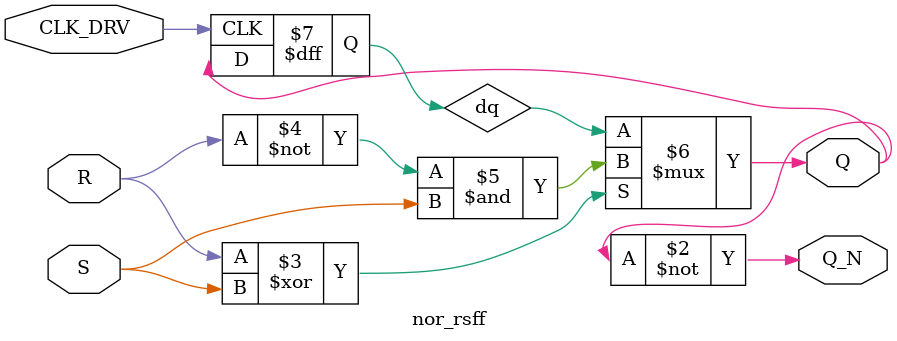
<source format=sv>
/*
 * Synchronous version of RS-FF constructed from loops of SN7402 NOR
 * driven by fast enough clock.
 * R=1, S=1 input (not allowed) is treated as holding previous Q value
 */
module nor_rsff(
  input   logic  CLK_DRV,
  input   logic  R, S,
  output  logic  Q, Q_N
);
  logic dq;

  always_ff @(posedge CLK_DRV) begin
    dq <= Q;
  end

  assign Q_N = ~Q;
  assign Q = (R ^ S) ? (~R & S) : dq;

endmodule

</source>
